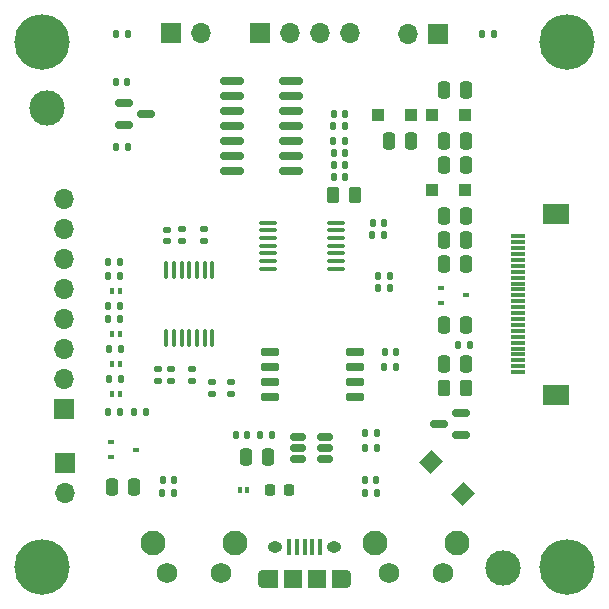
<source format=gbr>
%TF.GenerationSoftware,KiCad,Pcbnew,7.0.9*%
%TF.CreationDate,2023-12-18T09:55:38-05:00*%
%TF.ProjectId,_HW_EPaper,5f48575f-4550-4617-9065-722e6b696361,v1.0*%
%TF.SameCoordinates,Original*%
%TF.FileFunction,Soldermask,Top*%
%TF.FilePolarity,Negative*%
%FSLAX46Y46*%
G04 Gerber Fmt 4.6, Leading zero omitted, Abs format (unit mm)*
G04 Created by KiCad (PCBNEW 7.0.9) date 2023-12-18 09:55:38*
%MOMM*%
%LPD*%
G01*
G04 APERTURE LIST*
G04 Aperture macros list*
%AMRoundRect*
0 Rectangle with rounded corners*
0 $1 Rounding radius*
0 $2 $3 $4 $5 $6 $7 $8 $9 X,Y pos of 4 corners*
0 Add a 4 corners polygon primitive as box body*
4,1,4,$2,$3,$4,$5,$6,$7,$8,$9,$2,$3,0*
0 Add four circle primitives for the rounded corners*
1,1,$1+$1,$2,$3*
1,1,$1+$1,$4,$5*
1,1,$1+$1,$6,$7*
1,1,$1+$1,$8,$9*
0 Add four rect primitives between the rounded corners*
20,1,$1+$1,$2,$3,$4,$5,0*
20,1,$1+$1,$4,$5,$6,$7,0*
20,1,$1+$1,$6,$7,$8,$9,0*
20,1,$1+$1,$8,$9,$2,$3,0*%
%AMRotRect*
0 Rectangle, with rotation*
0 The origin of the aperture is its center*
0 $1 length*
0 $2 width*
0 $3 Rotation angle, in degrees counterclockwise*
0 Add horizontal line*
21,1,$1,$2,0,0,$3*%
G04 Aperture macros list end*
%ADD10R,1.300000X0.300000*%
%ADD11R,2.200000X1.800000*%
%ADD12RoundRect,0.135000X0.185000X-0.135000X0.185000X0.135000X-0.185000X0.135000X-0.185000X-0.135000X0*%
%ADD13RoundRect,0.147500X-0.147500X-0.172500X0.147500X-0.172500X0.147500X0.172500X-0.147500X0.172500X0*%
%ADD14RoundRect,0.140000X0.170000X-0.140000X0.170000X0.140000X-0.170000X0.140000X-0.170000X-0.140000X0*%
%ADD15RoundRect,0.140000X0.140000X0.170000X-0.140000X0.170000X-0.140000X-0.170000X0.140000X-0.170000X0*%
%ADD16RoundRect,0.135000X-0.185000X0.135000X-0.185000X-0.135000X0.185000X-0.135000X0.185000X0.135000X0*%
%ADD17RoundRect,0.250000X0.262500X0.450000X-0.262500X0.450000X-0.262500X-0.450000X0.262500X-0.450000X0*%
%ADD18RoundRect,0.250000X0.250000X0.475000X-0.250000X0.475000X-0.250000X-0.475000X0.250000X-0.475000X0*%
%ADD19C,2.100000*%
%ADD20C,1.750000*%
%ADD21R,0.508000X0.406400*%
%ADD22RoundRect,0.135000X-0.135000X-0.185000X0.135000X-0.185000X0.135000X0.185000X-0.135000X0.185000X0*%
%ADD23RoundRect,0.140000X-0.140000X-0.170000X0.140000X-0.170000X0.140000X0.170000X-0.140000X0.170000X0*%
%ADD24RoundRect,0.135000X0.135000X0.185000X-0.135000X0.185000X-0.135000X-0.185000X0.135000X-0.185000X0*%
%ADD25R,0.304800X0.558800*%
%ADD26RoundRect,0.150000X-0.650000X-0.150000X0.650000X-0.150000X0.650000X0.150000X-0.650000X0.150000X0*%
%ADD27R,1.700000X1.700000*%
%ADD28O,1.700000X1.700000*%
%ADD29RoundRect,0.150000X-0.587500X-0.150000X0.587500X-0.150000X0.587500X0.150000X-0.587500X0.150000X0*%
%ADD30C,3.000000*%
%ADD31RotRect,1.397000X1.498600X135.000000*%
%ADD32RoundRect,0.150000X0.825000X0.150000X-0.825000X0.150000X-0.825000X-0.150000X0.825000X-0.150000X0*%
%ADD33RoundRect,0.250000X0.300000X0.300000X-0.300000X0.300000X-0.300000X-0.300000X0.300000X-0.300000X0*%
%ADD34C,4.700000*%
%ADD35RoundRect,0.250000X-0.300000X-0.300000X0.300000X-0.300000X0.300000X0.300000X-0.300000X0.300000X0*%
%ADD36R,0.400000X1.350000*%
%ADD37O,0.890000X1.550000*%
%ADD38R,1.200000X1.550000*%
%ADD39O,1.250000X0.950000*%
%ADD40R,1.500000X1.550000*%
%ADD41RoundRect,0.150000X0.587500X0.150000X-0.587500X0.150000X-0.587500X-0.150000X0.587500X-0.150000X0*%
%ADD42RoundRect,0.250000X-0.250000X-0.475000X0.250000X-0.475000X0.250000X0.475000X-0.250000X0.475000X0*%
%ADD43RoundRect,0.100000X0.100000X-0.637500X0.100000X0.637500X-0.100000X0.637500X-0.100000X-0.637500X0*%
%ADD44RoundRect,0.100000X-0.637500X-0.100000X0.637500X-0.100000X0.637500X0.100000X-0.637500X0.100000X0*%
%ADD45RoundRect,0.150000X-0.512500X-0.150000X0.512500X-0.150000X0.512500X0.150000X-0.512500X0.150000X0*%
%ADD46RoundRect,0.218750X0.218750X0.256250X-0.218750X0.256250X-0.218750X-0.256250X0.218750X-0.256250X0*%
G04 APERTURE END LIST*
D10*
X144393000Y-144815000D03*
X144393000Y-144315000D03*
X144393000Y-143815000D03*
X144393000Y-143315000D03*
X144393000Y-142815000D03*
X144393000Y-142315000D03*
X144393000Y-141815000D03*
X144393000Y-141315000D03*
X144393000Y-140815000D03*
X144393000Y-140315000D03*
X144393000Y-139815000D03*
X144393000Y-139315000D03*
X144393000Y-138815000D03*
X144393000Y-138315000D03*
X144393000Y-137815000D03*
X144393000Y-137315000D03*
X144393000Y-136815000D03*
X144393000Y-136315000D03*
X144393000Y-135815000D03*
X144393000Y-135315000D03*
X144393000Y-134815000D03*
X144393000Y-134315000D03*
X144393000Y-133815000D03*
X144393000Y-133315000D03*
D11*
X147643000Y-146715000D03*
X147643000Y-131415000D03*
D12*
X117856000Y-133733000D03*
X117856000Y-132713000D03*
D13*
X120523000Y-150114000D03*
X121493000Y-150114000D03*
D14*
X114681000Y-133703000D03*
X114681000Y-132743000D03*
D15*
X140319000Y-142494000D03*
X139359000Y-142494000D03*
D16*
X116840000Y-144524000D03*
X116840000Y-145544000D03*
D17*
X139977500Y-146177000D03*
X138152500Y-146177000D03*
D18*
X140015000Y-131572000D03*
X138115000Y-131572000D03*
D19*
X120492000Y-159310500D03*
X113482000Y-159310500D03*
D20*
X119242000Y-161800500D03*
X114742000Y-161800500D03*
D21*
X137883900Y-137653001D03*
X137883900Y-138952999D03*
X139992100Y-138303000D03*
D18*
X140015000Y-135636000D03*
X138115000Y-135636000D03*
D12*
X118491000Y-146687000D03*
X118491000Y-145667000D03*
D18*
X140015000Y-144145000D03*
X138115000Y-144145000D03*
D15*
X115288000Y-153924000D03*
X114328000Y-153924000D03*
D22*
X132586000Y-136652000D03*
X133606000Y-136652000D03*
D21*
X109943900Y-150734001D03*
X109943900Y-152033999D03*
X112052100Y-151384000D03*
D23*
X132108000Y-132207000D03*
X133068000Y-132207000D03*
D24*
X110746000Y-140335000D03*
X109726000Y-140335000D03*
D23*
X133124000Y-143129000D03*
X134084000Y-143129000D03*
D22*
X122553000Y-150114000D03*
X123573000Y-150114000D03*
D25*
X110680500Y-146685000D03*
X110045500Y-146685000D03*
D12*
X115951000Y-133731000D03*
X115951000Y-132711000D03*
D26*
X123400000Y-143129000D03*
X123400000Y-144399000D03*
X123400000Y-145669000D03*
X123400000Y-146939000D03*
X130600000Y-146939000D03*
X130600000Y-145669000D03*
X130600000Y-144399000D03*
X130600000Y-143129000D03*
D12*
X115062000Y-145544000D03*
X115062000Y-144524000D03*
D24*
X115318000Y-155067000D03*
X114298000Y-155067000D03*
D27*
X115057000Y-116078000D03*
D28*
X117597000Y-116078000D03*
D29*
X111076500Y-121986000D03*
X111076500Y-123886000D03*
X112951500Y-122936000D03*
D27*
X122565000Y-116078000D03*
D28*
X125105000Y-116078000D03*
X127645000Y-116078000D03*
X130185000Y-116078000D03*
D30*
X104521000Y-122428000D03*
D22*
X128776000Y-125222000D03*
X129796000Y-125222000D03*
D23*
X128806000Y-122933000D03*
X129766000Y-122933000D03*
D25*
X110680500Y-141605000D03*
X110045500Y-141605000D03*
D22*
X131443000Y-151257000D03*
X132463000Y-151257000D03*
X110384000Y-125730000D03*
X111404000Y-125730000D03*
D24*
X112905000Y-148209000D03*
X111885000Y-148209000D03*
D22*
X109777600Y-142875000D03*
X110797600Y-142875000D03*
D31*
X139773502Y-155140502D03*
X137086498Y-152453498D03*
D12*
X120142000Y-146687000D03*
X120142000Y-145667000D03*
D22*
X132078000Y-133223000D03*
X133098000Y-133223000D03*
D18*
X140015000Y-127254000D03*
X138115000Y-127254000D03*
D24*
X134114000Y-144399000D03*
X133094000Y-144399000D03*
D32*
X125157000Y-127762000D03*
X125157000Y-126492000D03*
X125157000Y-125222000D03*
X125157000Y-123952000D03*
X125157000Y-122682000D03*
X125157000Y-121412000D03*
X125157000Y-120142000D03*
X120207000Y-120142000D03*
X120207000Y-121412000D03*
X120207000Y-122682000D03*
X120207000Y-123952000D03*
X120207000Y-125222000D03*
X120207000Y-126492000D03*
X120207000Y-127762000D03*
D24*
X110746000Y-148209000D03*
X109726000Y-148209000D03*
D30*
X143129000Y-161417000D03*
D25*
X121475500Y-154813000D03*
X120840500Y-154813000D03*
D33*
X139957000Y-129413000D03*
X137157000Y-129413000D03*
D34*
X148590000Y-161290000D03*
D12*
X113919000Y-145544000D03*
X113919000Y-144524000D03*
D22*
X109726000Y-135509000D03*
X110746000Y-135509000D03*
D35*
X132585000Y-123063000D03*
X135385000Y-123063000D03*
X137157000Y-123063000D03*
X139957000Y-123063000D03*
D18*
X140015000Y-133604000D03*
X138115000Y-133604000D03*
D36*
X125065000Y-159636000D03*
X125715000Y-159636000D03*
X126365000Y-159636000D03*
X127015000Y-159636000D03*
X127665000Y-159636000D03*
D37*
X122865000Y-162336000D03*
D38*
X123465000Y-162336000D03*
D39*
X123865000Y-159636000D03*
D40*
X125365000Y-162336000D03*
X127365000Y-162336000D03*
D39*
X128865000Y-159636000D03*
D38*
X129265000Y-162336000D03*
D37*
X129865000Y-162336000D03*
D27*
X106000000Y-147970000D03*
D28*
X106000000Y-145430000D03*
X106000000Y-142890000D03*
X106000000Y-140350000D03*
X106000000Y-137810000D03*
X106000000Y-135270000D03*
X106000000Y-132730000D03*
X106000000Y-130190000D03*
D13*
X128823000Y-126231000D03*
X129793000Y-126231000D03*
D19*
X139288000Y-159310500D03*
X132278000Y-159310500D03*
D20*
X138038000Y-161800500D03*
X133538000Y-161800500D03*
D25*
X110680500Y-137922000D03*
X110045500Y-137922000D03*
D24*
X132463000Y-155067000D03*
X131443000Y-155067000D03*
D41*
X139621500Y-150175000D03*
X139621500Y-148275000D03*
X137746500Y-149225000D03*
D18*
X140015000Y-140843000D03*
X138115000Y-140843000D03*
D34*
X148590000Y-116840000D03*
D27*
X137673000Y-116205000D03*
D28*
X135133000Y-116205000D03*
D42*
X133496000Y-125268000D03*
X135396000Y-125268000D03*
D22*
X110361000Y-116205000D03*
X111381000Y-116205000D03*
D24*
X142369000Y-116205000D03*
X141349000Y-116205000D03*
D42*
X110048000Y-154559000D03*
X111948000Y-154559000D03*
D18*
X123251000Y-152019000D03*
X121351000Y-152019000D03*
D22*
X109790688Y-145415000D03*
X110810688Y-145415000D03*
D18*
X140015000Y-120904000D03*
X138115000Y-120904000D03*
D43*
X114636000Y-141927500D03*
X115286000Y-141927500D03*
X115936000Y-141927500D03*
X116586000Y-141927500D03*
X117236000Y-141927500D03*
X117886000Y-141927500D03*
X118536000Y-141927500D03*
X118536000Y-136202500D03*
X117886000Y-136202500D03*
X117236000Y-136202500D03*
X116586000Y-136202500D03*
X115936000Y-136202500D03*
X115286000Y-136202500D03*
X114636000Y-136202500D03*
D34*
X104140000Y-116840000D03*
D17*
X130579500Y-129794000D03*
X128754500Y-129794000D03*
D27*
X106045000Y-152522000D03*
D28*
X106045000Y-155062000D03*
D44*
X123248500Y-132162000D03*
X123248500Y-132812000D03*
X123248500Y-133462000D03*
X123248500Y-134112000D03*
X123248500Y-134762000D03*
X123248500Y-135412000D03*
X123248500Y-136062000D03*
X128973500Y-136062000D03*
X128973500Y-135412000D03*
X128973500Y-134762000D03*
X128973500Y-134112000D03*
X128973500Y-133462000D03*
X128973500Y-132812000D03*
X128973500Y-132162000D03*
D22*
X131443000Y-149987000D03*
X132463000Y-149987000D03*
D23*
X128806000Y-127254000D03*
X129766000Y-127254000D03*
D24*
X110746000Y-136652000D03*
X109726000Y-136652000D03*
X133606000Y-137668000D03*
X132586000Y-137668000D03*
D23*
X128806000Y-128270000D03*
X129766000Y-128270000D03*
D25*
X110680500Y-144145000D03*
X110045500Y-144145000D03*
D45*
X125801500Y-150307000D03*
X125801500Y-151257000D03*
X125801500Y-152207000D03*
X128076500Y-152207000D03*
X128076500Y-151257000D03*
X128076500Y-150307000D03*
D34*
X104140000Y-161290000D03*
D22*
X109726000Y-139192000D03*
X110746000Y-139192000D03*
D24*
X129796000Y-123952000D03*
X128776000Y-123952000D03*
D46*
X124993500Y-154813000D03*
X123418500Y-154813000D03*
D15*
X132433000Y-153924000D03*
X131473000Y-153924000D03*
D18*
X140015000Y-125222000D03*
X138115000Y-125222000D03*
D23*
X110391000Y-120269000D03*
X111351000Y-120269000D03*
M02*

</source>
